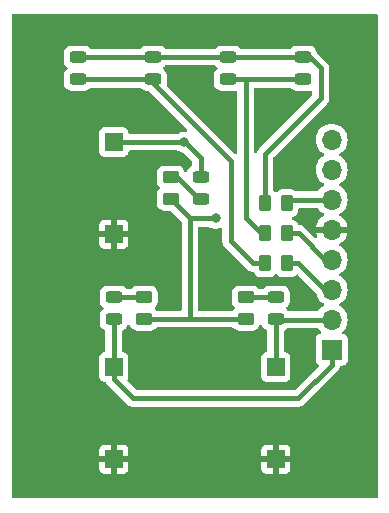
<source format=gbr>
%TF.GenerationSoftware,KiCad,Pcbnew,8.0.1*%
%TF.CreationDate,2024-04-28T14:25:19+02:00*%
%TF.ProjectId,top_led_btn_2MU_TOP,746f705f-6c65-4645-9f62-746e5f324d55,rev?*%
%TF.SameCoordinates,Original*%
%TF.FileFunction,Copper,L1,Top*%
%TF.FilePolarity,Positive*%
%FSLAX46Y46*%
G04 Gerber Fmt 4.6, Leading zero omitted, Abs format (unit mm)*
G04 Created by KiCad (PCBNEW 8.0.1) date 2024-04-28 14:25:19*
%MOMM*%
%LPD*%
G01*
G04 APERTURE LIST*
G04 Aperture macros list*
%AMRoundRect*
0 Rectangle with rounded corners*
0 $1 Rounding radius*
0 $2 $3 $4 $5 $6 $7 $8 $9 X,Y pos of 4 corners*
0 Add a 4 corners polygon primitive as box body*
4,1,4,$2,$3,$4,$5,$6,$7,$8,$9,$2,$3,0*
0 Add four circle primitives for the rounded corners*
1,1,$1+$1,$2,$3*
1,1,$1+$1,$4,$5*
1,1,$1+$1,$6,$7*
1,1,$1+$1,$8,$9*
0 Add four rect primitives between the rounded corners*
20,1,$1+$1,$2,$3,$4,$5,0*
20,1,$1+$1,$4,$5,$6,$7,0*
20,1,$1+$1,$6,$7,$8,$9,0*
20,1,$1+$1,$8,$9,$2,$3,0*%
G04 Aperture macros list end*
%TA.AperFunction,SMDPad,CuDef*%
%ADD10RoundRect,0.243750X0.456250X-0.243750X0.456250X0.243750X-0.456250X0.243750X-0.456250X-0.243750X0*%
%TD*%
%TA.AperFunction,SMDPad,CuDef*%
%ADD11RoundRect,0.243750X-0.456250X0.243750X-0.456250X-0.243750X0.456250X-0.243750X0.456250X0.243750X0*%
%TD*%
%TA.AperFunction,SMDPad,CuDef*%
%ADD12R,1.500000X1.500000*%
%TD*%
%TA.AperFunction,SMDPad,CuDef*%
%ADD13RoundRect,0.250000X0.450000X-0.262500X0.450000X0.262500X-0.450000X0.262500X-0.450000X-0.262500X0*%
%TD*%
%TA.AperFunction,SMDPad,CuDef*%
%ADD14RoundRect,0.250000X-0.262500X-0.450000X0.262500X-0.450000X0.262500X0.450000X-0.262500X0.450000X0*%
%TD*%
%TA.AperFunction,SMDPad,CuDef*%
%ADD15RoundRect,0.250000X0.262500X0.450000X-0.262500X0.450000X-0.262500X-0.450000X0.262500X-0.450000X0*%
%TD*%
%TA.AperFunction,ComponentPad*%
%ADD16R,1.700000X1.700000*%
%TD*%
%TA.AperFunction,ComponentPad*%
%ADD17O,1.700000X1.700000*%
%TD*%
%TA.AperFunction,ViaPad*%
%ADD18C,0.800000*%
%TD*%
%TA.AperFunction,Conductor*%
%ADD19C,0.400000*%
%TD*%
G04 APERTURE END LIST*
D10*
%TO.P,D6,2,A*%
%TO.N,Net-(D4-A)*%
X117856000Y-77802500D03*
%TO.P,D6,1,K*%
%TO.N,Net-(D6-K)*%
X117856000Y-79677500D03*
%TD*%
D11*
%TO.P,D1,1,K*%
%TO.N,Net-(D1-K)*%
X115570000Y-87962500D03*
%TO.P,D1,2,A*%
%TO.N,Net-(D1-A)*%
X115570000Y-89837500D03*
%TD*%
D12*
%TO.P,SW3,1,1*%
%TO.N,GND*%
X108204000Y-111850000D03*
%TO.P,SW3,2,2*%
%TO.N,Net-(D3-K)*%
X108204000Y-104050000D03*
%TD*%
D11*
%TO.P,D7,2,A*%
%TO.N,Net-(D6-K)*%
X124206000Y-79677500D03*
%TO.P,D7,1,K*%
%TO.N,Net-(D4-A)*%
X124206000Y-77802500D03*
%TD*%
D13*
%TO.P,R3,1*%
%TO.N,+3V3*%
X110744000Y-99972500D03*
%TO.P,R3,2*%
%TO.N,Net-(D3-A)*%
X110744000Y-98147500D03*
%TD*%
D14*
%TO.P,R4,1*%
%TO.N,Net-(D4-A)*%
X121007500Y-90170000D03*
%TO.P,R4,2*%
%TO.N,Net-(J2-Pin_6)*%
X122832500Y-90170000D03*
%TD*%
D13*
%TO.P,R1,1*%
%TO.N,+3V3*%
X113030000Y-89812500D03*
%TO.P,R1,2*%
%TO.N,Net-(D1-A)*%
X113030000Y-87987500D03*
%TD*%
%TO.P,R2,1*%
%TO.N,+3V3*%
X119380000Y-99972500D03*
%TO.P,R2,2*%
%TO.N,Net-(D2-A)*%
X119380000Y-98147500D03*
%TD*%
D15*
%TO.P,R5,1*%
%TO.N,Net-(J2-Pin_3)*%
X122832500Y-95250000D03*
%TO.P,R5,2*%
%TO.N,Net-(D4-K)*%
X121007500Y-95250000D03*
%TD*%
D12*
%TO.P,SW1,1,1*%
%TO.N,GND*%
X108204000Y-92800000D03*
%TO.P,SW1,2,2*%
%TO.N,Net-(D1-K)*%
X108204000Y-85000000D03*
%TD*%
D11*
%TO.P,D5,2,A*%
%TO.N,Net-(D4-K)*%
X111506000Y-79677500D03*
%TO.P,D5,1,K*%
%TO.N,Net-(D4-A)*%
X111506000Y-77802500D03*
%TD*%
D14*
%TO.P,R6,1*%
%TO.N,Net-(D6-K)*%
X121007500Y-92710000D03*
%TO.P,R6,2*%
%TO.N,Net-(J2-Pin_4)*%
X122832500Y-92710000D03*
%TD*%
D12*
%TO.P,SW2,1,1*%
%TO.N,GND*%
X121920000Y-111850000D03*
%TO.P,SW2,2,2*%
%TO.N,Net-(D2-K)*%
X121920000Y-104050000D03*
%TD*%
D10*
%TO.P,D2,1,K*%
%TO.N,Net-(D2-K)*%
X121920000Y-99997500D03*
%TO.P,D2,2,A*%
%TO.N,Net-(D2-A)*%
X121920000Y-98122500D03*
%TD*%
D16*
%TO.P,J2,1,Pin_1*%
%TO.N,Net-(D3-K)*%
X126660000Y-102560000D03*
D17*
%TO.P,J2,2,Pin_2*%
%TO.N,Net-(D2-K)*%
X126660000Y-100020000D03*
%TO.P,J2,3,Pin_3*%
%TO.N,Net-(J2-Pin_3)*%
X126660000Y-97480000D03*
%TO.P,J2,4,Pin_4*%
%TO.N,Net-(J2-Pin_4)*%
X126660000Y-94940000D03*
%TO.P,J2,5,Pin_5*%
%TO.N,GND*%
X126660000Y-92400000D03*
%TO.P,J2,6,Pin_6*%
%TO.N,Net-(J2-Pin_6)*%
X126660000Y-89860000D03*
%TO.P,J2,7,Pin_7*%
%TO.N,+3V3*%
X126660000Y-87320000D03*
%TO.P,J2,8,Pin_8*%
%TO.N,Net-(D1-K)*%
X126660000Y-84780000D03*
%TD*%
D10*
%TO.P,D4,2,A*%
%TO.N,Net-(D4-A)*%
X105156000Y-77802500D03*
%TO.P,D4,1,K*%
%TO.N,Net-(D4-K)*%
X105156000Y-79677500D03*
%TD*%
%TO.P,D3,1,K*%
%TO.N,Net-(D3-K)*%
X108204000Y-99997500D03*
%TO.P,D3,2,A*%
%TO.N,Net-(D3-A)*%
X108204000Y-98122500D03*
%TD*%
D18*
%TO.N,GND*%
X128778000Y-78232000D03*
X128016000Y-110490000D03*
X115316000Y-110998000D03*
X102870000Y-82804000D03*
X102616000Y-95758000D03*
X102362000Y-107696000D03*
X117094000Y-96012000D03*
X115824000Y-81280000D03*
X121412000Y-82296000D03*
X115316000Y-103378000D03*
%TO.N,Net-(D1-K)*%
X114195000Y-85000000D03*
%TO.N,+3V3*%
X116840000Y-91440000D03*
%TD*%
D19*
%TO.N,Net-(D4-K)*%
X111506000Y-79677500D02*
X111506000Y-80010000D01*
X111506000Y-80010000D02*
X118110000Y-86614000D01*
X118110000Y-86614000D02*
X118110000Y-93345000D01*
X118110000Y-93345000D02*
X120015000Y-95250000D01*
X120015000Y-95250000D02*
X121007500Y-95250000D01*
%TO.N,Net-(D4-A)*%
X117856000Y-77802500D02*
X124206000Y-77802500D01*
X111506000Y-77802500D02*
X117856000Y-77802500D01*
%TO.N,Net-(D6-K)*%
X120650000Y-92710000D02*
X121007500Y-92710000D01*
%TO.N,Net-(D4-A)*%
X105156000Y-77802500D02*
X111506000Y-77802500D01*
%TO.N,Net-(D6-K)*%
X117856000Y-79677500D02*
X124206000Y-79677500D01*
%TO.N,Net-(D4-K)*%
X105156000Y-79677500D02*
X111506000Y-79677500D01*
%TO.N,Net-(D4-A)*%
X121007500Y-90170000D02*
X121007500Y-86002500D01*
%TO.N,Net-(D6-K)*%
X119380000Y-79677500D02*
X119380000Y-91440000D01*
%TO.N,Net-(D4-A)*%
X124792500Y-77802500D02*
X124206000Y-77802500D01*
%TO.N,Net-(D6-K)*%
X124206000Y-79677500D02*
X119380000Y-79677500D01*
%TO.N,Net-(D4-A)*%
X125730000Y-78740000D02*
X124792500Y-77802500D01*
%TO.N,Net-(D6-K)*%
X119380000Y-91440000D02*
X120650000Y-92710000D01*
%TO.N,Net-(D4-A)*%
X121007500Y-86002500D02*
X125730000Y-81280000D01*
X125730000Y-81280000D02*
X125730000Y-78740000D01*
%TO.N,+3V3*%
X115927500Y-99972500D02*
X114657500Y-99972500D01*
X114657500Y-99972500D02*
X114657500Y-91440000D01*
%TO.N,Net-(D1-A)*%
X115403750Y-89837500D02*
X115570000Y-89837500D01*
X113553750Y-87987500D02*
X115403750Y-89837500D01*
X113030000Y-87987500D02*
X113553750Y-87987500D01*
%TO.N,Net-(D1-K)*%
X115570000Y-86375000D02*
X115570000Y-87962500D01*
X114195000Y-85000000D02*
X108204000Y-85000000D01*
X114292500Y-85097500D02*
X115570000Y-86375000D01*
X114292500Y-85097500D02*
X114195000Y-85000000D01*
%TO.N,Net-(D2-A)*%
X119380000Y-98147500D02*
X121895000Y-98147500D01*
X121895000Y-98147500D02*
X121920000Y-98122500D01*
%TO.N,Net-(D2-K)*%
X121942500Y-100020000D02*
X121920000Y-99997500D01*
X121920000Y-104050000D02*
X121920000Y-99997500D01*
X126660000Y-100020000D02*
X121942500Y-100020000D01*
%TO.N,Net-(D3-K)*%
X109855000Y-106680000D02*
X123817500Y-106680000D01*
X123817500Y-106680000D02*
X126660000Y-103837500D01*
X126660000Y-103837500D02*
X126660000Y-102560000D01*
X108204000Y-104050000D02*
X108204000Y-99997500D01*
X108204000Y-105029000D02*
X109855000Y-106680000D01*
X108204000Y-104050000D02*
X108204000Y-105029000D01*
%TO.N,Net-(D3-A)*%
X108204000Y-98122500D02*
X110719000Y-98122500D01*
X110719000Y-98122500D02*
X110744000Y-98147500D01*
%TO.N,Net-(J2-Pin_4)*%
X126089688Y-94940000D02*
X123859688Y-92710000D01*
X126660000Y-94940000D02*
X126089688Y-94940000D01*
X123859688Y-92710000D02*
X122832500Y-92710000D01*
%TO.N,Net-(J2-Pin_6)*%
X123142500Y-89860000D02*
X126660000Y-89860000D01*
X122832500Y-90170000D02*
X123142500Y-89860000D01*
%TO.N,+3V3*%
X116840000Y-91440000D02*
X114657500Y-91440000D01*
X110744000Y-99972500D02*
X115927500Y-99972500D01*
X114657500Y-91440000D02*
X113030000Y-89812500D01*
X119380000Y-99972500D02*
X115927500Y-99972500D01*
%TO.N,Net-(J2-Pin_3)*%
X126660000Y-97480000D02*
X126055000Y-97480000D01*
X123825000Y-95250000D02*
X122832500Y-95250000D01*
X126055000Y-97480000D02*
X123825000Y-95250000D01*
%TD*%
%TA.AperFunction,Conductor*%
%TO.N,GND*%
G36*
X120704487Y-100432250D02*
G01*
X120755687Y-100479792D01*
X120766835Y-100504202D01*
X120780498Y-100545432D01*
X120784638Y-100557925D01*
X120784640Y-100557928D01*
X120784642Y-100557933D01*
X120875971Y-100705999D01*
X120875974Y-100706003D01*
X120998996Y-100829025D01*
X120999000Y-100829028D01*
X121147066Y-100920357D01*
X121147069Y-100920358D01*
X121147075Y-100920362D01*
X121147080Y-100920363D01*
X121147892Y-100920742D01*
X121148364Y-100921157D01*
X121153222Y-100924154D01*
X121152710Y-100924983D01*
X121200336Y-100966908D01*
X121219500Y-101033130D01*
X121219500Y-102677648D01*
X121199815Y-102744687D01*
X121147011Y-102790442D01*
X121108755Y-102800938D01*
X121062516Y-102805909D01*
X120927671Y-102856202D01*
X120927664Y-102856206D01*
X120812455Y-102942452D01*
X120812452Y-102942455D01*
X120726206Y-103057664D01*
X120726202Y-103057671D01*
X120675908Y-103192517D01*
X120669501Y-103252116D01*
X120669501Y-103252123D01*
X120669500Y-103252135D01*
X120669500Y-104847870D01*
X120669501Y-104847876D01*
X120675908Y-104907483D01*
X120726202Y-105042328D01*
X120726206Y-105042335D01*
X120812452Y-105157544D01*
X120812455Y-105157547D01*
X120927664Y-105243793D01*
X120927671Y-105243797D01*
X121062517Y-105294091D01*
X121062516Y-105294091D01*
X121069444Y-105294835D01*
X121122127Y-105300500D01*
X122717872Y-105300499D01*
X122777483Y-105294091D01*
X122912331Y-105243796D01*
X123027546Y-105157546D01*
X123113796Y-105042331D01*
X123164091Y-104907483D01*
X123170500Y-104847873D01*
X123170499Y-103252128D01*
X123164091Y-103192517D01*
X123113796Y-103057669D01*
X123113795Y-103057668D01*
X123113793Y-103057664D01*
X123027547Y-102942455D01*
X123027544Y-102942452D01*
X122912335Y-102856206D01*
X122912328Y-102856202D01*
X122777483Y-102805908D01*
X122731243Y-102800937D01*
X122666693Y-102774199D01*
X122626845Y-102716806D01*
X122620500Y-102677648D01*
X122620500Y-101033130D01*
X122640185Y-100966091D01*
X122687276Y-100924961D01*
X122686778Y-100924154D01*
X122691623Y-100921165D01*
X122692108Y-100920742D01*
X122692915Y-100920365D01*
X122692925Y-100920362D01*
X122841003Y-100829026D01*
X122913210Y-100756819D01*
X122974533Y-100723334D01*
X123000891Y-100720500D01*
X125437289Y-100720500D01*
X125504328Y-100740185D01*
X125538864Y-100773377D01*
X125621503Y-100891399D01*
X125621504Y-100891400D01*
X125621505Y-100891401D01*
X125743431Y-101013327D01*
X125776915Y-101074648D01*
X125771931Y-101144340D01*
X125730060Y-101200274D01*
X125699083Y-101217189D01*
X125567669Y-101266203D01*
X125567664Y-101266206D01*
X125452455Y-101352452D01*
X125452452Y-101352455D01*
X125366206Y-101467664D01*
X125366202Y-101467671D01*
X125315908Y-101602517D01*
X125309501Y-101662116D01*
X125309501Y-101662123D01*
X125309500Y-101662135D01*
X125309500Y-103457870D01*
X125309501Y-103457876D01*
X125315908Y-103517483D01*
X125366202Y-103652328D01*
X125366206Y-103652335D01*
X125452452Y-103767544D01*
X125452453Y-103767545D01*
X125452454Y-103767546D01*
X125501935Y-103804588D01*
X125543807Y-103860520D01*
X125548791Y-103930212D01*
X125515306Y-103991535D01*
X123563662Y-105943181D01*
X123502339Y-105976666D01*
X123475981Y-105979500D01*
X110196519Y-105979500D01*
X110129480Y-105959815D01*
X110108838Y-105943181D01*
X109392513Y-105226856D01*
X109359028Y-105165533D01*
X109364012Y-105095841D01*
X109380928Y-105064863D01*
X109397796Y-105042331D01*
X109448091Y-104907483D01*
X109454500Y-104847873D01*
X109454499Y-103252128D01*
X109448091Y-103192517D01*
X109397796Y-103057669D01*
X109397795Y-103057668D01*
X109397793Y-103057664D01*
X109311547Y-102942455D01*
X109311544Y-102942452D01*
X109196335Y-102856206D01*
X109196328Y-102856202D01*
X109061483Y-102805908D01*
X109015243Y-102800937D01*
X108950693Y-102774199D01*
X108910845Y-102716806D01*
X108904500Y-102677648D01*
X108904500Y-101033130D01*
X108924185Y-100966091D01*
X108971276Y-100924961D01*
X108970778Y-100924154D01*
X108975623Y-100921165D01*
X108976108Y-100920742D01*
X108976915Y-100920365D01*
X108976925Y-100920362D01*
X109125003Y-100829026D01*
X109248026Y-100706003D01*
X109339362Y-100557925D01*
X109357163Y-100504204D01*
X109396933Y-100446760D01*
X109461449Y-100419936D01*
X109530225Y-100432250D01*
X109581425Y-100479792D01*
X109592573Y-100504202D01*
X109609184Y-100554327D01*
X109609187Y-100554336D01*
X109611399Y-100557922D01*
X109701288Y-100703656D01*
X109825344Y-100827712D01*
X109974666Y-100919814D01*
X110141203Y-100974999D01*
X110243991Y-100985500D01*
X111244008Y-100985499D01*
X111244016Y-100985498D01*
X111244019Y-100985498D01*
X111300302Y-100979748D01*
X111346797Y-100974999D01*
X111513334Y-100919814D01*
X111662656Y-100827712D01*
X111781049Y-100709319D01*
X111842372Y-100675834D01*
X111868730Y-100673000D01*
X114588507Y-100673000D01*
X114726493Y-100673000D01*
X115858507Y-100673000D01*
X118255270Y-100673000D01*
X118322309Y-100692685D01*
X118342951Y-100709319D01*
X118461344Y-100827712D01*
X118610666Y-100919814D01*
X118777203Y-100974999D01*
X118879991Y-100985500D01*
X119880008Y-100985499D01*
X119880016Y-100985498D01*
X119880019Y-100985498D01*
X119936302Y-100979748D01*
X119982797Y-100974999D01*
X120149334Y-100919814D01*
X120298656Y-100827712D01*
X120422712Y-100703656D01*
X120514814Y-100554334D01*
X120531426Y-100504200D01*
X120571195Y-100446760D01*
X120635710Y-100419936D01*
X120704487Y-100432250D01*
G37*
%TD.AperFunction*%
%TA.AperFunction,Conductor*%
G36*
X116298883Y-92160185D02*
G01*
X116304729Y-92164182D01*
X116387265Y-92224148D01*
X116387270Y-92224151D01*
X116560192Y-92301142D01*
X116560197Y-92301144D01*
X116745354Y-92340500D01*
X116745355Y-92340500D01*
X116934644Y-92340500D01*
X116934646Y-92340500D01*
X117119803Y-92301144D01*
X117235064Y-92249826D01*
X117304314Y-92240541D01*
X117367590Y-92270169D01*
X117404804Y-92329303D01*
X117409500Y-92363105D01*
X117409500Y-93276006D01*
X117409500Y-93413994D01*
X117409500Y-93413996D01*
X117409499Y-93413996D01*
X117436418Y-93549322D01*
X117436421Y-93549332D01*
X117489222Y-93676807D01*
X117565887Y-93791545D01*
X119568454Y-95794112D01*
X119683192Y-95870777D01*
X119810667Y-95923578D01*
X119810672Y-95923580D01*
X119810676Y-95923580D01*
X119810677Y-95923581D01*
X119946003Y-95950500D01*
X119946006Y-95950500D01*
X119946007Y-95950500D01*
X119949092Y-95950500D01*
X119950650Y-95950957D01*
X119952066Y-95951097D01*
X119952039Y-95951365D01*
X120016131Y-95970185D01*
X120054636Y-96014271D01*
X120056395Y-96013187D01*
X120060185Y-96019332D01*
X120060186Y-96019334D01*
X120152288Y-96168656D01*
X120276344Y-96292712D01*
X120425666Y-96384814D01*
X120592203Y-96439999D01*
X120694991Y-96450500D01*
X121320008Y-96450499D01*
X121320016Y-96450498D01*
X121320019Y-96450498D01*
X121408044Y-96441506D01*
X121422797Y-96439999D01*
X121589334Y-96384814D01*
X121738656Y-96292712D01*
X121832319Y-96199049D01*
X121893642Y-96165564D01*
X121963334Y-96170548D01*
X122007681Y-96199049D01*
X122101344Y-96292712D01*
X122250666Y-96384814D01*
X122417203Y-96439999D01*
X122519991Y-96450500D01*
X123145008Y-96450499D01*
X123145016Y-96450498D01*
X123145019Y-96450498D01*
X123233044Y-96441506D01*
X123247797Y-96439999D01*
X123414334Y-96384814D01*
X123563656Y-96292712D01*
X123632677Y-96223690D01*
X123693996Y-96190208D01*
X123763688Y-96195192D01*
X123808036Y-96223693D01*
X125310660Y-97726317D01*
X125342754Y-97781905D01*
X125386094Y-97943655D01*
X125386096Y-97943659D01*
X125386097Y-97943663D01*
X125485965Y-98157830D01*
X125485967Y-98157834D01*
X125621501Y-98351395D01*
X125621506Y-98351402D01*
X125788597Y-98518493D01*
X125788603Y-98518498D01*
X125974158Y-98648425D01*
X126017783Y-98703002D01*
X126024977Y-98772500D01*
X125993454Y-98834855D01*
X125974158Y-98851575D01*
X125788597Y-98981505D01*
X125621506Y-99148596D01*
X125538864Y-99266623D01*
X125484287Y-99310248D01*
X125437289Y-99319500D01*
X123045892Y-99319500D01*
X122978853Y-99299815D01*
X122958211Y-99283182D01*
X122910710Y-99235681D01*
X122841003Y-99165974D01*
X122840301Y-99165541D01*
X122839921Y-99165118D01*
X122835336Y-99161493D01*
X122835955Y-99160709D01*
X122793575Y-99113598D01*
X122782349Y-99044636D01*
X122810188Y-98980552D01*
X122835455Y-98958657D01*
X122835336Y-98958507D01*
X122838687Y-98955856D01*
X122840299Y-98954459D01*
X122841003Y-98954026D01*
X122964026Y-98831003D01*
X123055362Y-98682925D01*
X123110087Y-98517775D01*
X123120500Y-98415848D01*
X123120500Y-97829152D01*
X123110087Y-97727225D01*
X123055362Y-97562075D01*
X123055358Y-97562069D01*
X123055357Y-97562066D01*
X122964028Y-97414000D01*
X122964025Y-97413996D01*
X122841003Y-97290974D01*
X122840999Y-97290971D01*
X122692933Y-97199642D01*
X122692927Y-97199639D01*
X122692925Y-97199638D01*
X122692922Y-97199637D01*
X122527776Y-97144913D01*
X122425855Y-97134500D01*
X122425848Y-97134500D01*
X121414152Y-97134500D01*
X121414144Y-97134500D01*
X121312223Y-97144913D01*
X121147077Y-97199637D01*
X121147066Y-97199642D01*
X120999000Y-97290971D01*
X120879289Y-97410682D01*
X120817966Y-97444166D01*
X120791608Y-97447000D01*
X120504730Y-97447000D01*
X120437691Y-97427315D01*
X120417049Y-97410681D01*
X120298657Y-97292289D01*
X120298656Y-97292288D01*
X120149334Y-97200186D01*
X119982797Y-97145001D01*
X119982795Y-97145000D01*
X119880010Y-97134500D01*
X118879998Y-97134500D01*
X118879980Y-97134501D01*
X118777203Y-97145000D01*
X118777200Y-97145001D01*
X118610668Y-97200185D01*
X118610663Y-97200187D01*
X118461342Y-97292289D01*
X118337289Y-97416342D01*
X118245187Y-97565663D01*
X118245186Y-97565666D01*
X118190001Y-97732203D01*
X118190001Y-97732204D01*
X118190000Y-97732204D01*
X118179500Y-97834983D01*
X118179500Y-98460001D01*
X118179501Y-98460019D01*
X118190000Y-98562796D01*
X118190001Y-98562799D01*
X118229810Y-98682933D01*
X118245186Y-98729334D01*
X118334414Y-98873997D01*
X118337289Y-98878657D01*
X118430951Y-98972319D01*
X118464436Y-99033642D01*
X118459452Y-99103334D01*
X118430951Y-99147681D01*
X118342951Y-99235681D01*
X118281628Y-99269166D01*
X118255270Y-99272000D01*
X115482000Y-99272000D01*
X115414961Y-99252315D01*
X115369206Y-99199511D01*
X115358000Y-99148000D01*
X115358000Y-92264500D01*
X115377685Y-92197461D01*
X115430489Y-92151706D01*
X115482000Y-92140500D01*
X116231844Y-92140500D01*
X116298883Y-92160185D01*
G37*
%TD.AperFunction*%
%TA.AperFunction,Conductor*%
G36*
X125504328Y-90580185D02*
G01*
X125538864Y-90613377D01*
X125621505Y-90731402D01*
X125788597Y-90898493D01*
X125788603Y-90898498D01*
X125974594Y-91028730D01*
X126018219Y-91083307D01*
X126025413Y-91152805D01*
X125993890Y-91215160D01*
X125974595Y-91231880D01*
X125788922Y-91361890D01*
X125788920Y-91361891D01*
X125621891Y-91528920D01*
X125621886Y-91528926D01*
X125486400Y-91722420D01*
X125486399Y-91722422D01*
X125386570Y-91936507D01*
X125386567Y-91936513D01*
X125329364Y-92149999D01*
X125329364Y-92150000D01*
X126226988Y-92150000D01*
X126194075Y-92207007D01*
X126160000Y-92334174D01*
X126160000Y-92465826D01*
X126194075Y-92592993D01*
X126226988Y-92650000D01*
X125329364Y-92650000D01*
X125386567Y-92863486D01*
X125386570Y-92863492D01*
X125423776Y-92943281D01*
X125434268Y-93012359D01*
X125405748Y-93076143D01*
X125347272Y-93114382D01*
X125277404Y-93114937D01*
X125223713Y-93083367D01*
X124306233Y-92165887D01*
X124191495Y-92089222D01*
X124064020Y-92036421D01*
X124064010Y-92036418D01*
X123928684Y-92009500D01*
X123928682Y-92009500D01*
X123928681Y-92009500D01*
X123890908Y-92009500D01*
X123823869Y-91989815D01*
X123785363Y-91945728D01*
X123783605Y-91946813D01*
X123777252Y-91936513D01*
X123687712Y-91791344D01*
X123563656Y-91667288D01*
X123414334Y-91575186D01*
X123361579Y-91557704D01*
X123304136Y-91517934D01*
X123277313Y-91453418D01*
X123289628Y-91384642D01*
X123337171Y-91333442D01*
X123361575Y-91322296D01*
X123414334Y-91304814D01*
X123563656Y-91212712D01*
X123687712Y-91088656D01*
X123779814Y-90939334D01*
X123834999Y-90772797D01*
X123845307Y-90671897D01*
X123871703Y-90607206D01*
X123928884Y-90567054D01*
X123968665Y-90560500D01*
X125437289Y-90560500D01*
X125504328Y-90580185D01*
G37*
%TD.AperFunction*%
%TA.AperFunction,Conductor*%
G36*
X116819647Y-78522685D02*
G01*
X116840289Y-78539318D01*
X116934997Y-78634026D01*
X116934999Y-78634027D01*
X116935000Y-78634028D01*
X116935703Y-78634462D01*
X116936083Y-78634885D01*
X116940664Y-78638507D01*
X116940045Y-78639289D01*
X116982428Y-78686410D01*
X116993649Y-78755372D01*
X116965806Y-78819454D01*
X116940544Y-78841342D01*
X116940664Y-78841493D01*
X116937315Y-78844140D01*
X116935703Y-78845538D01*
X116935000Y-78845971D01*
X116934996Y-78845974D01*
X116811974Y-78968996D01*
X116811971Y-78969000D01*
X116720642Y-79117066D01*
X116720637Y-79117077D01*
X116665913Y-79282223D01*
X116655500Y-79384144D01*
X116655500Y-79970855D01*
X116665913Y-80072776D01*
X116720637Y-80237922D01*
X116720642Y-80237933D01*
X116811971Y-80385999D01*
X116811974Y-80386003D01*
X116934996Y-80509025D01*
X116935000Y-80509028D01*
X117083066Y-80600357D01*
X117083069Y-80600358D01*
X117083075Y-80600362D01*
X117248225Y-80655087D01*
X117350152Y-80665500D01*
X117350157Y-80665500D01*
X118361843Y-80665500D01*
X118361848Y-80665500D01*
X118463775Y-80655087D01*
X118516496Y-80637616D01*
X118586324Y-80635215D01*
X118646366Y-80670947D01*
X118677559Y-80733467D01*
X118679500Y-80755323D01*
X118679500Y-85893481D01*
X118659815Y-85960520D01*
X118607011Y-86006275D01*
X118537853Y-86016219D01*
X118474297Y-85987194D01*
X118467819Y-85981162D01*
X112716157Y-80229500D01*
X112682672Y-80168177D01*
X112686131Y-80102816D01*
X112696087Y-80072775D01*
X112706500Y-79970848D01*
X112706500Y-79384152D01*
X112696087Y-79282225D01*
X112641362Y-79117075D01*
X112641358Y-79117069D01*
X112641357Y-79117066D01*
X112550028Y-78969000D01*
X112550025Y-78968996D01*
X112427004Y-78845975D01*
X112427003Y-78845974D01*
X112426301Y-78845541D01*
X112425921Y-78845118D01*
X112421336Y-78841493D01*
X112421955Y-78840709D01*
X112379575Y-78793598D01*
X112368349Y-78724636D01*
X112396188Y-78660552D01*
X112421455Y-78638657D01*
X112421336Y-78638507D01*
X112424687Y-78635856D01*
X112426299Y-78634459D01*
X112427003Y-78634026D01*
X112521711Y-78539318D01*
X112583035Y-78505834D01*
X112609392Y-78503000D01*
X116752608Y-78503000D01*
X116819647Y-78522685D01*
G37*
%TD.AperFunction*%
%TA.AperFunction,Conductor*%
G36*
X123169647Y-80397685D02*
G01*
X123190289Y-80414318D01*
X123284997Y-80509026D01*
X123284999Y-80509027D01*
X123285000Y-80509028D01*
X123433066Y-80600357D01*
X123433069Y-80600358D01*
X123433075Y-80600362D01*
X123598225Y-80655087D01*
X123700152Y-80665500D01*
X123700157Y-80665500D01*
X124711843Y-80665500D01*
X124711848Y-80665500D01*
X124813775Y-80655087D01*
X124866496Y-80637616D01*
X124936324Y-80635215D01*
X124996366Y-80670947D01*
X125027559Y-80733467D01*
X125029500Y-80755323D01*
X125029500Y-80938480D01*
X125009815Y-81005519D01*
X124993181Y-81026161D01*
X120463388Y-85555953D01*
X120463387Y-85555954D01*
X120386722Y-85670692D01*
X120333921Y-85798167D01*
X120333918Y-85798178D01*
X120326117Y-85837399D01*
X120293733Y-85899310D01*
X120233017Y-85933884D01*
X120163248Y-85930145D01*
X120106575Y-85889279D01*
X120080994Y-85824261D01*
X120080500Y-85813208D01*
X120080500Y-80502000D01*
X120100185Y-80434961D01*
X120152989Y-80389206D01*
X120204500Y-80378000D01*
X123102608Y-80378000D01*
X123169647Y-80397685D01*
G37*
%TD.AperFunction*%
%TA.AperFunction,Conductor*%
G36*
X130502539Y-74180185D02*
G01*
X130548294Y-74232989D01*
X130559500Y-74284500D01*
X130559500Y-115035500D01*
X130539815Y-115102539D01*
X130487011Y-115148294D01*
X130435500Y-115159500D01*
X99684500Y-115159500D01*
X99617461Y-115139815D01*
X99571706Y-115087011D01*
X99560500Y-115035500D01*
X99560500Y-112100000D01*
X106954000Y-112100000D01*
X106954000Y-112647844D01*
X106960401Y-112707372D01*
X106960403Y-112707379D01*
X107010645Y-112842086D01*
X107010649Y-112842093D01*
X107096809Y-112957187D01*
X107096812Y-112957190D01*
X107211906Y-113043350D01*
X107211913Y-113043354D01*
X107346620Y-113093596D01*
X107346627Y-113093598D01*
X107406155Y-113099999D01*
X107406172Y-113100000D01*
X107954000Y-113100000D01*
X107954000Y-112100000D01*
X108454000Y-112100000D01*
X108454000Y-113100000D01*
X109001828Y-113100000D01*
X109001844Y-113099999D01*
X109061372Y-113093598D01*
X109061379Y-113093596D01*
X109196086Y-113043354D01*
X109196093Y-113043350D01*
X109311187Y-112957190D01*
X109311190Y-112957187D01*
X109397350Y-112842093D01*
X109397354Y-112842086D01*
X109447596Y-112707379D01*
X109447598Y-112707372D01*
X109453999Y-112647844D01*
X109454000Y-112647827D01*
X109454000Y-112100000D01*
X120670000Y-112100000D01*
X120670000Y-112647844D01*
X120676401Y-112707372D01*
X120676403Y-112707379D01*
X120726645Y-112842086D01*
X120726649Y-112842093D01*
X120812809Y-112957187D01*
X120812812Y-112957190D01*
X120927906Y-113043350D01*
X120927913Y-113043354D01*
X121062620Y-113093596D01*
X121062627Y-113093598D01*
X121122155Y-113099999D01*
X121122172Y-113100000D01*
X121670000Y-113100000D01*
X121670000Y-112100000D01*
X122170000Y-112100000D01*
X122170000Y-113100000D01*
X122717828Y-113100000D01*
X122717844Y-113099999D01*
X122777372Y-113093598D01*
X122777379Y-113093596D01*
X122912086Y-113043354D01*
X122912093Y-113043350D01*
X123027187Y-112957190D01*
X123027190Y-112957187D01*
X123113350Y-112842093D01*
X123113354Y-112842086D01*
X123163596Y-112707379D01*
X123163598Y-112707372D01*
X123169999Y-112647844D01*
X123170000Y-112647827D01*
X123170000Y-112100000D01*
X122170000Y-112100000D01*
X121670000Y-112100000D01*
X120670000Y-112100000D01*
X109454000Y-112100000D01*
X108454000Y-112100000D01*
X107954000Y-112100000D01*
X106954000Y-112100000D01*
X99560500Y-112100000D01*
X99560500Y-111600000D01*
X106954000Y-111600000D01*
X107954000Y-111600000D01*
X107954000Y-110600000D01*
X108454000Y-110600000D01*
X108454000Y-111600000D01*
X109454000Y-111600000D01*
X120670000Y-111600000D01*
X121670000Y-111600000D01*
X121670000Y-110600000D01*
X122170000Y-110600000D01*
X122170000Y-111600000D01*
X123170000Y-111600000D01*
X123170000Y-111052172D01*
X123169999Y-111052155D01*
X123163598Y-110992627D01*
X123163596Y-110992620D01*
X123113354Y-110857913D01*
X123113350Y-110857906D01*
X123027190Y-110742812D01*
X123027187Y-110742809D01*
X122912093Y-110656649D01*
X122912086Y-110656645D01*
X122777379Y-110606403D01*
X122777372Y-110606401D01*
X122717844Y-110600000D01*
X122170000Y-110600000D01*
X121670000Y-110600000D01*
X121122155Y-110600000D01*
X121062627Y-110606401D01*
X121062620Y-110606403D01*
X120927913Y-110656645D01*
X120927906Y-110656649D01*
X120812812Y-110742809D01*
X120812809Y-110742812D01*
X120726649Y-110857906D01*
X120726645Y-110857913D01*
X120676403Y-110992620D01*
X120676401Y-110992627D01*
X120670000Y-111052155D01*
X120670000Y-111600000D01*
X109454000Y-111600000D01*
X109454000Y-111052172D01*
X109453999Y-111052155D01*
X109447598Y-110992627D01*
X109447596Y-110992620D01*
X109397354Y-110857913D01*
X109397350Y-110857906D01*
X109311190Y-110742812D01*
X109311187Y-110742809D01*
X109196093Y-110656649D01*
X109196086Y-110656645D01*
X109061379Y-110606403D01*
X109061372Y-110606401D01*
X109001844Y-110600000D01*
X108454000Y-110600000D01*
X107954000Y-110600000D01*
X107406155Y-110600000D01*
X107346627Y-110606401D01*
X107346620Y-110606403D01*
X107211913Y-110656645D01*
X107211906Y-110656649D01*
X107096812Y-110742809D01*
X107096809Y-110742812D01*
X107010649Y-110857906D01*
X107010645Y-110857913D01*
X106960403Y-110992620D01*
X106960401Y-110992627D01*
X106954000Y-111052155D01*
X106954000Y-111600000D01*
X99560500Y-111600000D01*
X99560500Y-93050000D01*
X106954000Y-93050000D01*
X106954000Y-93597844D01*
X106960401Y-93657372D01*
X106960403Y-93657379D01*
X107010645Y-93792086D01*
X107010649Y-93792093D01*
X107096809Y-93907187D01*
X107096812Y-93907190D01*
X107211906Y-93993350D01*
X107211913Y-93993354D01*
X107346620Y-94043596D01*
X107346627Y-94043598D01*
X107406155Y-94049999D01*
X107406172Y-94050000D01*
X107954000Y-94050000D01*
X107954000Y-93050000D01*
X108454000Y-93050000D01*
X108454000Y-94050000D01*
X109001828Y-94050000D01*
X109001844Y-94049999D01*
X109061372Y-94043598D01*
X109061379Y-94043596D01*
X109196086Y-93993354D01*
X109196093Y-93993350D01*
X109311187Y-93907190D01*
X109311190Y-93907187D01*
X109397350Y-93792093D01*
X109397354Y-93792086D01*
X109447596Y-93657379D01*
X109447598Y-93657372D01*
X109453999Y-93597844D01*
X109454000Y-93597827D01*
X109454000Y-93050000D01*
X108454000Y-93050000D01*
X107954000Y-93050000D01*
X106954000Y-93050000D01*
X99560500Y-93050000D01*
X99560500Y-92550000D01*
X106954000Y-92550000D01*
X107954000Y-92550000D01*
X107954000Y-91550000D01*
X108454000Y-91550000D01*
X108454000Y-92550000D01*
X109454000Y-92550000D01*
X109454000Y-92002172D01*
X109453999Y-92002155D01*
X109447598Y-91942627D01*
X109447596Y-91942620D01*
X109397354Y-91807913D01*
X109397350Y-91807906D01*
X109311190Y-91692812D01*
X109311187Y-91692809D01*
X109196093Y-91606649D01*
X109196086Y-91606645D01*
X109061379Y-91556403D01*
X109061372Y-91556401D01*
X109001844Y-91550000D01*
X108454000Y-91550000D01*
X107954000Y-91550000D01*
X107406155Y-91550000D01*
X107346627Y-91556401D01*
X107346620Y-91556403D01*
X107211913Y-91606645D01*
X107211906Y-91606649D01*
X107096812Y-91692809D01*
X107096809Y-91692812D01*
X107010649Y-91807906D01*
X107010645Y-91807913D01*
X106960403Y-91942620D01*
X106960401Y-91942627D01*
X106954000Y-92002155D01*
X106954000Y-92550000D01*
X99560500Y-92550000D01*
X99560500Y-79970855D01*
X103955500Y-79970855D01*
X103965913Y-80072776D01*
X104020637Y-80237922D01*
X104020642Y-80237933D01*
X104111971Y-80385999D01*
X104111974Y-80386003D01*
X104234996Y-80509025D01*
X104235000Y-80509028D01*
X104383066Y-80600357D01*
X104383069Y-80600358D01*
X104383075Y-80600362D01*
X104548225Y-80655087D01*
X104650152Y-80665500D01*
X104650157Y-80665500D01*
X105661843Y-80665500D01*
X105661848Y-80665500D01*
X105763775Y-80655087D01*
X105928925Y-80600362D01*
X106077003Y-80509026D01*
X106171711Y-80414318D01*
X106233035Y-80380834D01*
X106259392Y-80378000D01*
X110402608Y-80378000D01*
X110469647Y-80397685D01*
X110490289Y-80414318D01*
X110584997Y-80509026D01*
X110584999Y-80509027D01*
X110585000Y-80509028D01*
X110733066Y-80600357D01*
X110733069Y-80600358D01*
X110733075Y-80600362D01*
X110898225Y-80655087D01*
X111000152Y-80665500D01*
X111119481Y-80665500D01*
X111186520Y-80685185D01*
X111207162Y-80701819D01*
X114394259Y-83888916D01*
X114427744Y-83950239D01*
X114422760Y-84019931D01*
X114380888Y-84075864D01*
X114315424Y-84100281D01*
X114293611Y-84099917D01*
X114289646Y-84099500D01*
X114100354Y-84099500D01*
X114087788Y-84102171D01*
X113915197Y-84138855D01*
X113915192Y-84138857D01*
X113742270Y-84215848D01*
X113742265Y-84215851D01*
X113659729Y-84275818D01*
X113593923Y-84299298D01*
X113586844Y-84299500D01*
X109576351Y-84299500D01*
X109509312Y-84279815D01*
X109463557Y-84227011D01*
X109453061Y-84188752D01*
X109448091Y-84142516D01*
X109397797Y-84007671D01*
X109397793Y-84007664D01*
X109311547Y-83892455D01*
X109311544Y-83892452D01*
X109196335Y-83806206D01*
X109196328Y-83806202D01*
X109061482Y-83755908D01*
X109061483Y-83755908D01*
X109001883Y-83749501D01*
X109001881Y-83749500D01*
X109001873Y-83749500D01*
X109001864Y-83749500D01*
X107406129Y-83749500D01*
X107406123Y-83749501D01*
X107346516Y-83755908D01*
X107211671Y-83806202D01*
X107211664Y-83806206D01*
X107096455Y-83892452D01*
X107096452Y-83892455D01*
X107010206Y-84007664D01*
X107010202Y-84007671D01*
X106959908Y-84142517D01*
X106953501Y-84202116D01*
X106953500Y-84202135D01*
X106953500Y-85797870D01*
X106953501Y-85797876D01*
X106959908Y-85857483D01*
X107010202Y-85992328D01*
X107010206Y-85992335D01*
X107096452Y-86107544D01*
X107096455Y-86107547D01*
X107211664Y-86193793D01*
X107211671Y-86193797D01*
X107346517Y-86244091D01*
X107346516Y-86244091D01*
X107353444Y-86244835D01*
X107406127Y-86250500D01*
X109001872Y-86250499D01*
X109061483Y-86244091D01*
X109196331Y-86193796D01*
X109311546Y-86107546D01*
X109397796Y-85992331D01*
X109448091Y-85857483D01*
X109453062Y-85811242D01*
X109479799Y-85746694D01*
X109537191Y-85706846D01*
X109576351Y-85700500D01*
X113586844Y-85700500D01*
X113653883Y-85720185D01*
X113659729Y-85724182D01*
X113742265Y-85784148D01*
X113742270Y-85784151D01*
X113915191Y-85861142D01*
X113915193Y-85861142D01*
X113915197Y-85861144D01*
X114070130Y-85894075D01*
X114131607Y-85927266D01*
X114132026Y-85927683D01*
X114833181Y-86628838D01*
X114866666Y-86690161D01*
X114869500Y-86716519D01*
X114869500Y-86926868D01*
X114849815Y-86993907D01*
X114802724Y-87035041D01*
X114803221Y-87035846D01*
X114798400Y-87038819D01*
X114797911Y-87039247D01*
X114797075Y-87039636D01*
X114649000Y-87130971D01*
X114648996Y-87130974D01*
X114525974Y-87253996D01*
X114525971Y-87254000D01*
X114434642Y-87402066D01*
X114434638Y-87402075D01*
X114416837Y-87455796D01*
X114377064Y-87513240D01*
X114312548Y-87540063D01*
X114243772Y-87527748D01*
X114192572Y-87480204D01*
X114181425Y-87455796D01*
X114164814Y-87405666D01*
X114072712Y-87256344D01*
X113948656Y-87132288D01*
X113799334Y-87040186D01*
X113632797Y-86985001D01*
X113632795Y-86985000D01*
X113530010Y-86974500D01*
X112529998Y-86974500D01*
X112529980Y-86974501D01*
X112427203Y-86985000D01*
X112427200Y-86985001D01*
X112260668Y-87040185D01*
X112260663Y-87040187D01*
X112111342Y-87132289D01*
X111987289Y-87256342D01*
X111895187Y-87405663D01*
X111895185Y-87405668D01*
X111867349Y-87489670D01*
X111840001Y-87572203D01*
X111840001Y-87572204D01*
X111840000Y-87572204D01*
X111829500Y-87674983D01*
X111829500Y-88300001D01*
X111829501Y-88300019D01*
X111840000Y-88402796D01*
X111840001Y-88402799D01*
X111879810Y-88522933D01*
X111895186Y-88569334D01*
X111970584Y-88691575D01*
X111987289Y-88718657D01*
X112080951Y-88812319D01*
X112114436Y-88873642D01*
X112109452Y-88943334D01*
X112080951Y-88987681D01*
X111987289Y-89081342D01*
X111895187Y-89230663D01*
X111895185Y-89230668D01*
X111879807Y-89277077D01*
X111840001Y-89397203D01*
X111840001Y-89397204D01*
X111840000Y-89397204D01*
X111829500Y-89499983D01*
X111829500Y-90125001D01*
X111829501Y-90125019D01*
X111840000Y-90227796D01*
X111840001Y-90227799D01*
X111895185Y-90394331D01*
X111895187Y-90394336D01*
X111897401Y-90397925D01*
X111987288Y-90543656D01*
X112111344Y-90667712D01*
X112260666Y-90759814D01*
X112427203Y-90814999D01*
X112529991Y-90825500D01*
X113000980Y-90825499D01*
X113068019Y-90845183D01*
X113088661Y-90861818D01*
X113920681Y-91693838D01*
X113954166Y-91755161D01*
X113957000Y-91781519D01*
X113957000Y-99148000D01*
X113937315Y-99215039D01*
X113884511Y-99260794D01*
X113833000Y-99272000D01*
X111868730Y-99272000D01*
X111801691Y-99252315D01*
X111781049Y-99235681D01*
X111693049Y-99147681D01*
X111659564Y-99086358D01*
X111664548Y-99016666D01*
X111693049Y-98972319D01*
X111711344Y-98954024D01*
X111786712Y-98878656D01*
X111878814Y-98729334D01*
X111933999Y-98562797D01*
X111944500Y-98460009D01*
X111944499Y-97834992D01*
X111943902Y-97829152D01*
X111933999Y-97732203D01*
X111933998Y-97732200D01*
X111928432Y-97715403D01*
X111878814Y-97565666D01*
X111786712Y-97416344D01*
X111662656Y-97292288D01*
X111513334Y-97200186D01*
X111346797Y-97145001D01*
X111346795Y-97145000D01*
X111244010Y-97134500D01*
X110243998Y-97134500D01*
X110243980Y-97134501D01*
X110141203Y-97145000D01*
X110141200Y-97145001D01*
X109974668Y-97200185D01*
X109974663Y-97200187D01*
X109825342Y-97292289D01*
X109731951Y-97385681D01*
X109670628Y-97419166D01*
X109644270Y-97422000D01*
X109307392Y-97422000D01*
X109240353Y-97402315D01*
X109219711Y-97385682D01*
X109219710Y-97385681D01*
X109125003Y-97290974D01*
X109125000Y-97290972D01*
X109124999Y-97290971D01*
X108976933Y-97199642D01*
X108976927Y-97199639D01*
X108976925Y-97199638D01*
X108976922Y-97199637D01*
X108811776Y-97144913D01*
X108709855Y-97134500D01*
X108709848Y-97134500D01*
X107698152Y-97134500D01*
X107698144Y-97134500D01*
X107596223Y-97144913D01*
X107431077Y-97199637D01*
X107431066Y-97199642D01*
X107283000Y-97290971D01*
X107282996Y-97290974D01*
X107159974Y-97413996D01*
X107159971Y-97414000D01*
X107068642Y-97562066D01*
X107068637Y-97562077D01*
X107013913Y-97727223D01*
X107003500Y-97829144D01*
X107003500Y-98415855D01*
X107013913Y-98517776D01*
X107068637Y-98682922D01*
X107068642Y-98682933D01*
X107159971Y-98830999D01*
X107159974Y-98831003D01*
X107282996Y-98954025D01*
X107283000Y-98954028D01*
X107283703Y-98954462D01*
X107284083Y-98954885D01*
X107288664Y-98958507D01*
X107288045Y-98959289D01*
X107330428Y-99006410D01*
X107341649Y-99075372D01*
X107313806Y-99139454D01*
X107288544Y-99161342D01*
X107288664Y-99161493D01*
X107285315Y-99164140D01*
X107283703Y-99165538D01*
X107283000Y-99165971D01*
X107282996Y-99165974D01*
X107159974Y-99288996D01*
X107159971Y-99289000D01*
X107068642Y-99437066D01*
X107068637Y-99437077D01*
X107013913Y-99602223D01*
X107003500Y-99704144D01*
X107003500Y-100290855D01*
X107013913Y-100392776D01*
X107068637Y-100557922D01*
X107068642Y-100557933D01*
X107159971Y-100705999D01*
X107159974Y-100706003D01*
X107282996Y-100829025D01*
X107283000Y-100829028D01*
X107431066Y-100920357D01*
X107431069Y-100920358D01*
X107431075Y-100920362D01*
X107431080Y-100920363D01*
X107431892Y-100920742D01*
X107432364Y-100921157D01*
X107437222Y-100924154D01*
X107436710Y-100924983D01*
X107484336Y-100966908D01*
X107503500Y-101033130D01*
X107503500Y-102677648D01*
X107483815Y-102744687D01*
X107431011Y-102790442D01*
X107392755Y-102800938D01*
X107346516Y-102805909D01*
X107211671Y-102856202D01*
X107211664Y-102856206D01*
X107096455Y-102942452D01*
X107096452Y-102942455D01*
X107010206Y-103057664D01*
X107010202Y-103057671D01*
X106959908Y-103192517D01*
X106953501Y-103252116D01*
X106953501Y-103252123D01*
X106953500Y-103252135D01*
X106953500Y-104847870D01*
X106953501Y-104847876D01*
X106959908Y-104907483D01*
X107010202Y-105042328D01*
X107010206Y-105042335D01*
X107096452Y-105157544D01*
X107096455Y-105157547D01*
X107211664Y-105243793D01*
X107211671Y-105243797D01*
X107256618Y-105260561D01*
X107346517Y-105294091D01*
X107406127Y-105300500D01*
X107476664Y-105300499D01*
X107543703Y-105320183D01*
X107577758Y-105357137D01*
X107579841Y-105355746D01*
X107659887Y-105475545D01*
X109408454Y-107224112D01*
X109523192Y-107300777D01*
X109650667Y-107353578D01*
X109650672Y-107353580D01*
X109650676Y-107353580D01*
X109650677Y-107353581D01*
X109786003Y-107380500D01*
X109786006Y-107380500D01*
X123886496Y-107380500D01*
X123977540Y-107362389D01*
X124021828Y-107353580D01*
X124085569Y-107327177D01*
X124149307Y-107300777D01*
X124149308Y-107300776D01*
X124149311Y-107300775D01*
X124264043Y-107224114D01*
X127204114Y-104284043D01*
X127280775Y-104169311D01*
X127333580Y-104041828D01*
X127339850Y-104010305D01*
X127372234Y-103948397D01*
X127432950Y-103913823D01*
X127461467Y-103910499D01*
X127557871Y-103910499D01*
X127557872Y-103910499D01*
X127617483Y-103904091D01*
X127752331Y-103853796D01*
X127867546Y-103767546D01*
X127953796Y-103652331D01*
X128004091Y-103517483D01*
X128010500Y-103457873D01*
X128010499Y-101662128D01*
X128004091Y-101602517D01*
X127953796Y-101467669D01*
X127953795Y-101467668D01*
X127953793Y-101467664D01*
X127867547Y-101352455D01*
X127867544Y-101352452D01*
X127752335Y-101266206D01*
X127752328Y-101266202D01*
X127620917Y-101217189D01*
X127564983Y-101175318D01*
X127540566Y-101109853D01*
X127555418Y-101041580D01*
X127576563Y-101013332D01*
X127698495Y-100891401D01*
X127834035Y-100697830D01*
X127933903Y-100483663D01*
X127995063Y-100255408D01*
X128015659Y-100020000D01*
X127995063Y-99784592D01*
X127933903Y-99556337D01*
X127834035Y-99342171D01*
X127811683Y-99310248D01*
X127698494Y-99148597D01*
X127531402Y-98981506D01*
X127531396Y-98981501D01*
X127345842Y-98851575D01*
X127302217Y-98796998D01*
X127295023Y-98727500D01*
X127326546Y-98665145D01*
X127345842Y-98648425D01*
X127468131Y-98562797D01*
X127531401Y-98518495D01*
X127698495Y-98351401D01*
X127834035Y-98157830D01*
X127933903Y-97943663D01*
X127995063Y-97715408D01*
X128015659Y-97480000D01*
X127995063Y-97244592D01*
X127933903Y-97016337D01*
X127834035Y-96802171D01*
X127698495Y-96608599D01*
X127698494Y-96608597D01*
X127531402Y-96441506D01*
X127531396Y-96441501D01*
X127345842Y-96311575D01*
X127302217Y-96256998D01*
X127295023Y-96187500D01*
X127326546Y-96125145D01*
X127345842Y-96108425D01*
X127392469Y-96075776D01*
X127531401Y-95978495D01*
X127698495Y-95811401D01*
X127834035Y-95617830D01*
X127933903Y-95403663D01*
X127995063Y-95175408D01*
X128015659Y-94940000D01*
X127995063Y-94704592D01*
X127933903Y-94476337D01*
X127834035Y-94262171D01*
X127795607Y-94207289D01*
X127698494Y-94068597D01*
X127531402Y-93901506D01*
X127531401Y-93901505D01*
X127345405Y-93771269D01*
X127301781Y-93716692D01*
X127294588Y-93647193D01*
X127326110Y-93584839D01*
X127345405Y-93568119D01*
X127531082Y-93438105D01*
X127698105Y-93271082D01*
X127833600Y-93077578D01*
X127933429Y-92863492D01*
X127933432Y-92863486D01*
X127990636Y-92650000D01*
X127093012Y-92650000D01*
X127125925Y-92592993D01*
X127160000Y-92465826D01*
X127160000Y-92334174D01*
X127125925Y-92207007D01*
X127093012Y-92150000D01*
X127990636Y-92150000D01*
X127990635Y-92149999D01*
X127933432Y-91936513D01*
X127933429Y-91936507D01*
X127833600Y-91722422D01*
X127833599Y-91722420D01*
X127698113Y-91528926D01*
X127698108Y-91528920D01*
X127531078Y-91361890D01*
X127345405Y-91231879D01*
X127301780Y-91177302D01*
X127294588Y-91107804D01*
X127326110Y-91045449D01*
X127345406Y-91028730D01*
X127426042Y-90972268D01*
X127531401Y-90898495D01*
X127698495Y-90731401D01*
X127834035Y-90537830D01*
X127933903Y-90323663D01*
X127995063Y-90095408D01*
X128015659Y-89860000D01*
X127995063Y-89624592D01*
X127933903Y-89396337D01*
X127834035Y-89182171D01*
X127811683Y-89150248D01*
X127698494Y-88988597D01*
X127531402Y-88821506D01*
X127531396Y-88821501D01*
X127345842Y-88691575D01*
X127302217Y-88636998D01*
X127295023Y-88567500D01*
X127326546Y-88505145D01*
X127345842Y-88488425D01*
X127468131Y-88402797D01*
X127531401Y-88358495D01*
X127698495Y-88191401D01*
X127834035Y-87997830D01*
X127933903Y-87783663D01*
X127995063Y-87555408D01*
X128015659Y-87320000D01*
X127995063Y-87084592D01*
X127933903Y-86856337D01*
X127834035Y-86642171D01*
X127824700Y-86628838D01*
X127698494Y-86448597D01*
X127531402Y-86281506D01*
X127531396Y-86281501D01*
X127345842Y-86151575D01*
X127302217Y-86096998D01*
X127295023Y-86027500D01*
X127326546Y-85965145D01*
X127345842Y-85948425D01*
X127374359Y-85928457D01*
X127531401Y-85818495D01*
X127698495Y-85651401D01*
X127834035Y-85457830D01*
X127933903Y-85243663D01*
X127995063Y-85015408D01*
X128015659Y-84780000D01*
X127995063Y-84544592D01*
X127933903Y-84316337D01*
X127834035Y-84102171D01*
X127776451Y-84019931D01*
X127698494Y-83908597D01*
X127531402Y-83741506D01*
X127531395Y-83741501D01*
X127337834Y-83605967D01*
X127337830Y-83605965D01*
X127337828Y-83605964D01*
X127123663Y-83506097D01*
X127123659Y-83506096D01*
X127123655Y-83506094D01*
X126895413Y-83444938D01*
X126895403Y-83444936D01*
X126660001Y-83424341D01*
X126659999Y-83424341D01*
X126424596Y-83444936D01*
X126424586Y-83444938D01*
X126196344Y-83506094D01*
X126196335Y-83506098D01*
X125982171Y-83605964D01*
X125982169Y-83605965D01*
X125788597Y-83741505D01*
X125621505Y-83908597D01*
X125485965Y-84102169D01*
X125485964Y-84102171D01*
X125386098Y-84316335D01*
X125386094Y-84316344D01*
X125324938Y-84544586D01*
X125324936Y-84544596D01*
X125304341Y-84779999D01*
X125304341Y-84780000D01*
X125324936Y-85015403D01*
X125324938Y-85015413D01*
X125386094Y-85243655D01*
X125386096Y-85243659D01*
X125386097Y-85243663D01*
X125485965Y-85457830D01*
X125485967Y-85457834D01*
X125621501Y-85651395D01*
X125621506Y-85651402D01*
X125788597Y-85818493D01*
X125788603Y-85818498D01*
X125974158Y-85948425D01*
X126017783Y-86003002D01*
X126024977Y-86072500D01*
X125993454Y-86134855D01*
X125974158Y-86151575D01*
X125788597Y-86281505D01*
X125621505Y-86448597D01*
X125485965Y-86642169D01*
X125485964Y-86642171D01*
X125386098Y-86856335D01*
X125386094Y-86856344D01*
X125324938Y-87084586D01*
X125324936Y-87084596D01*
X125304341Y-87319999D01*
X125304341Y-87320000D01*
X125324936Y-87555403D01*
X125324938Y-87555413D01*
X125386094Y-87783655D01*
X125386096Y-87783659D01*
X125386097Y-87783663D01*
X125485965Y-87997830D01*
X125485967Y-87997834D01*
X125621501Y-88191395D01*
X125621506Y-88191402D01*
X125788597Y-88358493D01*
X125788603Y-88358498D01*
X125974158Y-88488425D01*
X126017783Y-88543002D01*
X126024977Y-88612500D01*
X125993454Y-88674855D01*
X125974158Y-88691575D01*
X125788597Y-88821505D01*
X125621506Y-88988596D01*
X125538864Y-89106623D01*
X125484287Y-89150248D01*
X125437289Y-89159500D01*
X123647230Y-89159500D01*
X123580191Y-89139815D01*
X123569662Y-89131331D01*
X123569319Y-89131766D01*
X123563658Y-89127290D01*
X123563656Y-89127288D01*
X123414334Y-89035186D01*
X123247797Y-88980001D01*
X123247795Y-88980000D01*
X123145010Y-88969500D01*
X122519998Y-88969500D01*
X122519980Y-88969501D01*
X122417203Y-88980000D01*
X122417200Y-88980001D01*
X122250668Y-89035185D01*
X122250663Y-89035187D01*
X122101342Y-89127289D01*
X122007681Y-89220951D01*
X121946358Y-89254436D01*
X121876666Y-89249452D01*
X121832319Y-89220951D01*
X121744319Y-89132951D01*
X121710834Y-89071628D01*
X121708000Y-89045270D01*
X121708000Y-86344019D01*
X121727685Y-86276980D01*
X121744319Y-86256338D01*
X126274112Y-81726545D01*
X126274114Y-81726543D01*
X126350775Y-81611811D01*
X126403580Y-81484328D01*
X126430500Y-81348994D01*
X126430500Y-81211006D01*
X126430500Y-78671007D01*
X126430500Y-78671004D01*
X126403581Y-78535677D01*
X126403580Y-78535676D01*
X126403580Y-78535672D01*
X126390047Y-78503000D01*
X126350777Y-78408192D01*
X126274112Y-78293454D01*
X126274111Y-78293453D01*
X125420934Y-77440277D01*
X125390909Y-77391600D01*
X125341362Y-77242075D01*
X125341358Y-77242069D01*
X125341357Y-77242066D01*
X125250028Y-77094000D01*
X125250025Y-77093996D01*
X125127003Y-76970974D01*
X125126999Y-76970971D01*
X124978933Y-76879642D01*
X124978927Y-76879639D01*
X124978925Y-76879638D01*
X124978922Y-76879637D01*
X124813776Y-76824913D01*
X124711855Y-76814500D01*
X124711848Y-76814500D01*
X123700152Y-76814500D01*
X123700144Y-76814500D01*
X123598223Y-76824913D01*
X123433077Y-76879637D01*
X123433066Y-76879642D01*
X123285000Y-76970971D01*
X123190289Y-77065682D01*
X123128965Y-77099166D01*
X123102608Y-77102000D01*
X118959392Y-77102000D01*
X118892353Y-77082315D01*
X118871711Y-77065682D01*
X118777003Y-76970974D01*
X118777000Y-76970972D01*
X118776999Y-76970971D01*
X118628933Y-76879642D01*
X118628927Y-76879639D01*
X118628925Y-76879638D01*
X118628922Y-76879637D01*
X118463776Y-76824913D01*
X118361855Y-76814500D01*
X118361848Y-76814500D01*
X117350152Y-76814500D01*
X117350144Y-76814500D01*
X117248223Y-76824913D01*
X117083077Y-76879637D01*
X117083066Y-76879642D01*
X116935000Y-76970971D01*
X116840289Y-77065682D01*
X116778965Y-77099166D01*
X116752608Y-77102000D01*
X112609392Y-77102000D01*
X112542353Y-77082315D01*
X112521711Y-77065682D01*
X112427003Y-76970974D01*
X112427000Y-76970972D01*
X112426999Y-76970971D01*
X112278933Y-76879642D01*
X112278927Y-76879639D01*
X112278925Y-76879638D01*
X112278922Y-76879637D01*
X112113776Y-76824913D01*
X112011855Y-76814500D01*
X112011848Y-76814500D01*
X111000152Y-76814500D01*
X111000144Y-76814500D01*
X110898223Y-76824913D01*
X110733077Y-76879637D01*
X110733066Y-76879642D01*
X110585000Y-76970971D01*
X110490289Y-77065682D01*
X110428965Y-77099166D01*
X110402608Y-77102000D01*
X106259392Y-77102000D01*
X106192353Y-77082315D01*
X106171711Y-77065682D01*
X106077003Y-76970974D01*
X106077000Y-76970972D01*
X106076999Y-76970971D01*
X105928933Y-76879642D01*
X105928927Y-76879639D01*
X105928925Y-76879638D01*
X105928922Y-76879637D01*
X105763776Y-76824913D01*
X105661855Y-76814500D01*
X105661848Y-76814500D01*
X104650152Y-76814500D01*
X104650144Y-76814500D01*
X104548223Y-76824913D01*
X104383077Y-76879637D01*
X104383066Y-76879642D01*
X104235000Y-76970971D01*
X104234996Y-76970974D01*
X104111974Y-77093996D01*
X104111971Y-77094000D01*
X104020642Y-77242066D01*
X104020637Y-77242077D01*
X103965913Y-77407223D01*
X103955500Y-77509144D01*
X103955500Y-78095855D01*
X103965913Y-78197776D01*
X104020637Y-78362922D01*
X104020642Y-78362933D01*
X104111971Y-78510999D01*
X104111974Y-78511003D01*
X104234996Y-78634025D01*
X104235000Y-78634028D01*
X104235703Y-78634462D01*
X104236083Y-78634885D01*
X104240664Y-78638507D01*
X104240045Y-78639289D01*
X104282428Y-78686410D01*
X104293649Y-78755372D01*
X104265806Y-78819454D01*
X104240544Y-78841342D01*
X104240664Y-78841493D01*
X104237315Y-78844140D01*
X104235703Y-78845538D01*
X104235000Y-78845971D01*
X104234996Y-78845974D01*
X104111974Y-78968996D01*
X104111971Y-78969000D01*
X104020642Y-79117066D01*
X104020637Y-79117077D01*
X103965913Y-79282223D01*
X103955500Y-79384144D01*
X103955500Y-79970855D01*
X99560500Y-79970855D01*
X99560500Y-74284500D01*
X99580185Y-74217461D01*
X99632989Y-74171706D01*
X99684500Y-74160500D01*
X130435500Y-74160500D01*
X130502539Y-74180185D01*
G37*
%TD.AperFunction*%
%TD*%
M02*

</source>
